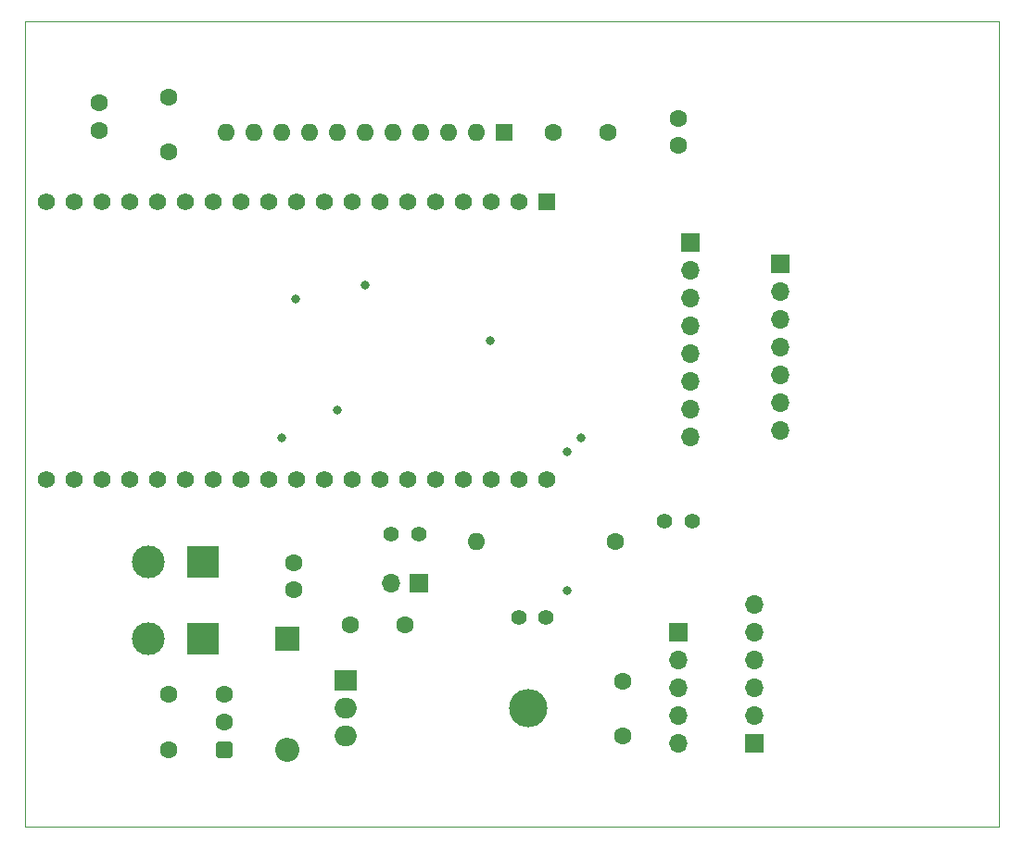
<source format=gbr>
%TF.GenerationSoftware,KiCad,Pcbnew,(6.0.5)*%
%TF.CreationDate,2022-11-22T17:26:59+01:00*%
%TF.ProjectId,VFOsys_FCY_2,56464f73-7973-45f4-9643-595f322e6b69,rev?*%
%TF.SameCoordinates,Original*%
%TF.FileFunction,Soldermask,Bot*%
%TF.FilePolarity,Negative*%
%FSLAX45Y45*%
G04 Gerber Fmt 4.5, Leading zero omitted, Abs format (unit mm)*
G04 Created by KiCad (PCBNEW (6.0.5)) date 2022-11-22 17:26:59*
%MOMM*%
%LPD*%
G01*
G04 APERTURE LIST*
G04 Aperture macros list*
%AMRoundRect*
0 Rectangle with rounded corners*
0 $1 Rounding radius*
0 $2 $3 $4 $5 $6 $7 $8 $9 X,Y pos of 4 corners*
0 Add a 4 corners polygon primitive as box body*
4,1,4,$2,$3,$4,$5,$6,$7,$8,$9,$2,$3,0*
0 Add four circle primitives for the rounded corners*
1,1,$1+$1,$2,$3*
1,1,$1+$1,$4,$5*
1,1,$1+$1,$6,$7*
1,1,$1+$1,$8,$9*
0 Add four rect primitives between the rounded corners*
20,1,$1+$1,$2,$3,$4,$5,0*
20,1,$1+$1,$4,$5,$6,$7,0*
20,1,$1+$1,$6,$7,$8,$9,0*
20,1,$1+$1,$8,$9,$2,$3,0*%
G04 Aperture macros list end*
%TA.AperFunction,Profile*%
%ADD10C,0.100000*%
%TD*%
%ADD11R,1.700000X1.700000*%
%ADD12O,1.700000X1.700000*%
%ADD13C,1.600000*%
%ADD14R,3.000000X3.000000*%
%ADD15C,3.000000*%
%ADD16O,3.500000X3.500000*%
%ADD17R,2.000000X1.905000*%
%ADD18O,2.000000X1.905000*%
%ADD19RoundRect,0.400000X-0.400000X-0.400000X0.400000X-0.400000X0.400000X0.400000X-0.400000X0.400000X0*%
%ADD20R,2.200000X2.200000*%
%ADD21O,2.200000X2.200000*%
%ADD22C,1.400000*%
%ADD23R,1.600000X1.600000*%
%ADD24O,1.600000X1.600000*%
%ADD25R,1.560000X1.560000*%
%ADD26C,1.560000*%
%ADD27C,1.562100*%
%ADD28C,0.800000*%
G04 APERTURE END LIST*
D10*
X10160000Y-13843000D02*
X10160000Y-6477000D01*
X19062700Y-6477000D02*
X19062700Y-13843000D01*
X10160000Y-6477000D02*
X19062700Y-6477000D01*
X19062700Y-13843000D02*
X10160000Y-13843000D01*
D11*
%TO.C,J5*%
X13761524Y-11617637D03*
D12*
X13507524Y-11617637D03*
%TD*%
D13*
%TO.C,C10*%
X15621000Y-13017500D03*
X15621000Y-12517500D03*
%TD*%
D11*
%TO.C,J3*%
X16129000Y-12065500D03*
D12*
X16129000Y-12319500D03*
X16129000Y-12573500D03*
X16129000Y-12827500D03*
X16129000Y-13081500D03*
%TD*%
D14*
%TO.C,J11*%
X11788526Y-11427137D03*
D15*
X11288526Y-11427137D03*
%TD*%
D11*
%TO.C,J8*%
X16827500Y-13081000D03*
D12*
X16827500Y-12827000D03*
X16827500Y-12573000D03*
X16827500Y-12319000D03*
X16827500Y-12065000D03*
X16827500Y-11811000D03*
%TD*%
D14*
%TO.C,J1*%
X11788526Y-12125637D03*
D15*
X11288526Y-12125637D03*
%TD*%
D16*
%TO.C,U1*%
X14758026Y-12760637D03*
D17*
X13092026Y-12506637D03*
D18*
X13092026Y-12760637D03*
X13092026Y-13014637D03*
%TD*%
D11*
%TO.C,J4*%
X17063027Y-8696637D03*
D12*
X17063027Y-8950637D03*
X17063027Y-9204637D03*
X17063027Y-9458637D03*
X17063027Y-9712637D03*
X17063027Y-9966637D03*
X17063027Y-10220637D03*
%TD*%
D13*
%TO.C,SW1*%
X11476025Y-13141637D03*
X11476025Y-12633637D03*
D19*
X11984025Y-13141637D03*
D13*
X11984025Y-12887637D03*
X11984025Y-12633637D03*
%TD*%
D20*
%TO.C,D1*%
X12554527Y-12125637D03*
D21*
X12554527Y-13141637D03*
%TD*%
D22*
%TO.C,C8*%
X14670499Y-11935137D03*
X14920499Y-11935137D03*
%TD*%
D13*
%TO.C,C2*%
X12618027Y-11679138D03*
X12618027Y-11429138D03*
%TD*%
%TO.C,C3*%
X16129000Y-7618000D03*
X16129000Y-7368000D03*
%TD*%
%TO.C,C5*%
X10840027Y-7478403D03*
X10840027Y-7228403D03*
%TD*%
D23*
%TO.C,RN1*%
X14541500Y-7493000D03*
D24*
X14287500Y-7493000D03*
X14033500Y-7493000D03*
X13779500Y-7493000D03*
X13525500Y-7493000D03*
X13271500Y-7493000D03*
X13017500Y-7493000D03*
X12763500Y-7493000D03*
X12509500Y-7493000D03*
X12255500Y-7493000D03*
X12001500Y-7493000D03*
%TD*%
D13*
%TO.C,C1*%
X13134025Y-11998637D03*
X13634025Y-11998637D03*
%TD*%
D22*
%TO.C,C9*%
X13507027Y-11173137D03*
X13757027Y-11173137D03*
%TD*%
%TO.C,C7*%
X16254001Y-11049000D03*
X16004001Y-11049000D03*
%TD*%
D13*
%TO.C,R3*%
X15557500Y-11239500D03*
D24*
X14287500Y-11239500D03*
%TD*%
D13*
%TO.C,C6*%
X11475027Y-7676639D03*
X11475027Y-7176639D03*
%TD*%
D25*
%TO.C,U2*%
X14930000Y-8128000D03*
D26*
X14676000Y-8128000D03*
X14422000Y-8128000D03*
X14168000Y-8128000D03*
X13914000Y-8128000D03*
X13660000Y-8128000D03*
X13406000Y-8128000D03*
X13152000Y-8128000D03*
X12898000Y-8128000D03*
X12644001Y-8128000D03*
D27*
X12390001Y-8128000D03*
X12136001Y-8128000D03*
D26*
X11882000Y-8128000D03*
X11628000Y-8128000D03*
X11374000Y-8128000D03*
X11120000Y-8128000D03*
X10866000Y-8128000D03*
X10612000Y-8128000D03*
X10358000Y-8128000D03*
X14930000Y-10668000D03*
X14676000Y-10668000D03*
X14422000Y-10668000D03*
X14168000Y-10668000D03*
X13914000Y-10668000D03*
X13660000Y-10668000D03*
X13406000Y-10668000D03*
X13152000Y-10668000D03*
X12898000Y-10668000D03*
X12644000Y-10668000D03*
X12390001Y-10668000D03*
X12136001Y-10668000D03*
X11882000Y-10668000D03*
X11628000Y-10668000D03*
X11374000Y-10668000D03*
X11120000Y-10668000D03*
X10866000Y-10668000D03*
X10612000Y-10668000D03*
X10358000Y-10668000D03*
%TD*%
D11*
%TO.C,J2*%
X16237527Y-8507639D03*
D12*
X16237527Y-8761639D03*
X16237527Y-9015639D03*
X16237527Y-9269639D03*
X16237527Y-9523639D03*
X16237527Y-9777639D03*
X16237527Y-10031639D03*
X16237527Y-10285639D03*
%TD*%
D13*
%TO.C,C4*%
X14986000Y-7493000D03*
X15486000Y-7493000D03*
%TD*%
D28*
X15240000Y-10287000D03*
X12509500Y-10287000D03*
X13271500Y-8890000D03*
X14414500Y-9398000D03*
X15113000Y-11684000D03*
X15113000Y-10414000D03*
X12636500Y-9017000D03*
X13017500Y-10033000D03*
M02*

</source>
